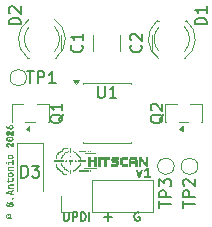
<source format=gbr>
%TF.GenerationSoftware,KiCad,Pcbnew,9.0.7*%
%TF.CreationDate,2026-01-19T15:41:53+08:00*%
%TF.ProjectId,mini-ir-blaster,6d696e69-2d69-4722-9d62-6c6173746572,rev?*%
%TF.SameCoordinates,Original*%
%TF.FileFunction,Legend,Top*%
%TF.FilePolarity,Positive*%
%FSLAX46Y46*%
G04 Gerber Fmt 4.6, Leading zero omitted, Abs format (unit mm)*
G04 Created by KiCad (PCBNEW 9.0.7) date 2026-01-19 15:41:53*
%MOMM*%
%LPD*%
G01*
G04 APERTURE LIST*
%ADD10C,0.150000*%
%ADD11C,0.100000*%
%ADD12C,0.000000*%
%ADD13C,0.120000*%
G04 APERTURE END LIST*
D10*
X185232017Y-120939866D02*
X185165350Y-120906533D01*
X185165350Y-120906533D02*
X185065350Y-120906533D01*
X185065350Y-120906533D02*
X184965350Y-120939866D01*
X184965350Y-120939866D02*
X184898684Y-121006533D01*
X184898684Y-121006533D02*
X184865350Y-121073200D01*
X184865350Y-121073200D02*
X184832017Y-121206533D01*
X184832017Y-121206533D02*
X184832017Y-121306533D01*
X184832017Y-121306533D02*
X184865350Y-121439866D01*
X184865350Y-121439866D02*
X184898684Y-121506533D01*
X184898684Y-121506533D02*
X184965350Y-121573200D01*
X184965350Y-121573200D02*
X185065350Y-121606533D01*
X185065350Y-121606533D02*
X185132017Y-121606533D01*
X185132017Y-121606533D02*
X185232017Y-121573200D01*
X185232017Y-121573200D02*
X185265350Y-121539866D01*
X185265350Y-121539866D02*
X185265350Y-121306533D01*
X185265350Y-121306533D02*
X185132017Y-121306533D01*
X178865350Y-120906533D02*
X178865350Y-121473200D01*
X178865350Y-121473200D02*
X178898684Y-121539866D01*
X178898684Y-121539866D02*
X178932017Y-121573200D01*
X178932017Y-121573200D02*
X178998684Y-121606533D01*
X178998684Y-121606533D02*
X179132017Y-121606533D01*
X179132017Y-121606533D02*
X179198684Y-121573200D01*
X179198684Y-121573200D02*
X179232017Y-121539866D01*
X179232017Y-121539866D02*
X179265350Y-121473200D01*
X179265350Y-121473200D02*
X179265350Y-120906533D01*
X179598683Y-121606533D02*
X179598683Y-120906533D01*
X179598683Y-120906533D02*
X179865350Y-120906533D01*
X179865350Y-120906533D02*
X179932017Y-120939866D01*
X179932017Y-120939866D02*
X179965350Y-120973200D01*
X179965350Y-120973200D02*
X179998683Y-121039866D01*
X179998683Y-121039866D02*
X179998683Y-121139866D01*
X179998683Y-121139866D02*
X179965350Y-121206533D01*
X179965350Y-121206533D02*
X179932017Y-121239866D01*
X179932017Y-121239866D02*
X179865350Y-121273200D01*
X179865350Y-121273200D02*
X179598683Y-121273200D01*
X180298683Y-121606533D02*
X180298683Y-120906533D01*
X180298683Y-120906533D02*
X180465350Y-120906533D01*
X180465350Y-120906533D02*
X180565350Y-120939866D01*
X180565350Y-120939866D02*
X180632017Y-121006533D01*
X180632017Y-121006533D02*
X180665350Y-121073200D01*
X180665350Y-121073200D02*
X180698683Y-121206533D01*
X180698683Y-121206533D02*
X180698683Y-121306533D01*
X180698683Y-121306533D02*
X180665350Y-121439866D01*
X180665350Y-121439866D02*
X180632017Y-121506533D01*
X180632017Y-121506533D02*
X180565350Y-121573200D01*
X180565350Y-121573200D02*
X180465350Y-121606533D01*
X180465350Y-121606533D02*
X180298683Y-121606533D01*
X180998683Y-121606533D02*
X180998683Y-120906533D01*
X182289160Y-121289533D02*
X182898684Y-121289533D01*
X182593922Y-121594295D02*
X182593922Y-120984771D01*
D11*
G36*
X174317416Y-121135129D02*
G01*
X174342355Y-121145473D01*
X174363416Y-121162578D01*
X174379183Y-121184812D01*
X174388916Y-121211535D01*
X174392359Y-121243984D01*
X174388898Y-121276977D01*
X174379148Y-121303960D01*
X174363416Y-121326233D01*
X174342355Y-121343338D01*
X174317416Y-121353682D01*
X174287433Y-121357301D01*
X174195072Y-121357301D01*
X174165090Y-121353681D01*
X174140164Y-121343337D01*
X174119125Y-121326233D01*
X174103372Y-121303958D01*
X174093610Y-121276974D01*
X174090145Y-121243984D01*
X174093592Y-121211537D01*
X174103337Y-121184815D01*
X174119125Y-121162578D01*
X174140164Y-121145474D01*
X174165090Y-121135130D01*
X174195072Y-121131510D01*
X174195072Y-121202841D01*
X174177392Y-121205820D01*
X174164444Y-121214199D01*
X174156059Y-121227030D01*
X174153123Y-121243984D01*
X174156044Y-121261013D01*
X174164444Y-121274209D01*
X174177424Y-121282871D01*
X174195072Y-121285933D01*
X174287433Y-121285933D01*
X174304428Y-121282921D01*
X174317658Y-121274209D01*
X174326369Y-121260980D01*
X174329381Y-121243984D01*
X174326354Y-121227064D01*
X174317658Y-121214199D01*
X174304458Y-121205771D01*
X174287433Y-121202841D01*
X174287433Y-121131510D01*
X174317416Y-121135129D01*
G37*
G36*
X174343748Y-121037267D02*
G01*
X174378743Y-121046306D01*
X174409981Y-121060985D01*
X174437919Y-121081185D01*
X174461317Y-121105929D01*
X174480506Y-121135687D01*
X174494178Y-121168467D01*
X174502697Y-121205682D01*
X174505676Y-121248161D01*
X174502717Y-121290097D01*
X174494217Y-121327214D01*
X174480506Y-121360268D01*
X174461293Y-121390282D01*
X174437892Y-121415152D01*
X174409981Y-121435373D01*
X174378743Y-121450052D01*
X174343748Y-121459091D01*
X174304212Y-121462227D01*
X174178293Y-121462227D01*
X174138732Y-121459089D01*
X174103739Y-121450049D01*
X174072523Y-121435373D01*
X174044615Y-121415151D01*
X174021226Y-121390281D01*
X174002035Y-121360268D01*
X173988304Y-121327212D01*
X173979791Y-121290095D01*
X173976829Y-121248161D01*
X174018814Y-121248161D01*
X174021186Y-121281246D01*
X174027994Y-121310421D01*
X174038964Y-121336308D01*
X174054241Y-121359800D01*
X174072758Y-121379261D01*
X174094762Y-121395073D01*
X174119334Y-121406534D01*
X174146967Y-121413607D01*
X174178293Y-121416065D01*
X174304212Y-121416065D01*
X174335541Y-121413614D01*
X174363317Y-121406547D01*
X174388146Y-121395073D01*
X174410377Y-121379223D01*
X174428894Y-121359760D01*
X174443980Y-121336308D01*
X174454703Y-121310446D01*
X174461367Y-121281268D01*
X174463690Y-121248161D01*
X174461367Y-121215078D01*
X174454704Y-121185912D01*
X174443980Y-121160050D01*
X174428894Y-121136598D01*
X174410377Y-121117135D01*
X174388146Y-121101285D01*
X174363317Y-121089811D01*
X174335541Y-121082744D01*
X174304212Y-121080293D01*
X174178293Y-121080293D01*
X174146967Y-121082751D01*
X174119334Y-121089824D01*
X174094762Y-121101285D01*
X174072758Y-121117097D01*
X174054241Y-121136558D01*
X174038964Y-121160050D01*
X174027993Y-121185937D01*
X174021186Y-121215101D01*
X174018814Y-121248161D01*
X173976829Y-121248161D01*
X173979811Y-121205684D01*
X173988342Y-121168469D01*
X174002035Y-121135687D01*
X174021203Y-121105930D01*
X174044588Y-121081186D01*
X174072523Y-121060985D01*
X174103739Y-121046309D01*
X174138732Y-121037269D01*
X174178293Y-121034131D01*
X174304212Y-121034131D01*
X174343748Y-121037267D01*
G37*
G36*
X174606389Y-120239450D02*
G01*
X174603699Y-120282059D01*
X174596019Y-120319443D01*
X174583748Y-120352363D01*
X174566223Y-120382545D01*
X174544885Y-120407238D01*
X174519524Y-120427065D01*
X174490788Y-120441512D01*
X174458448Y-120450395D01*
X174421705Y-120453480D01*
X174421705Y-120330931D01*
X174443502Y-120328074D01*
X174461542Y-120319875D01*
X174476733Y-120306165D01*
X174487772Y-120288577D01*
X174494767Y-120266715D01*
X174497286Y-120239450D01*
X174494836Y-120212686D01*
X174488101Y-120191695D01*
X174477576Y-120175226D01*
X174463064Y-120162466D01*
X174445848Y-120154814D01*
X174425076Y-120152145D01*
X174400373Y-120155946D01*
X174378511Y-120167276D01*
X174366576Y-120178615D01*
X174357479Y-120193198D01*
X174351217Y-120211716D01*
X174333594Y-120286454D01*
X174318386Y-120332404D01*
X174296685Y-120370161D01*
X174268528Y-120401017D01*
X174243232Y-120419555D01*
X174215880Y-120432687D01*
X174186036Y-120440667D01*
X174153123Y-120443405D01*
X174112716Y-120439801D01*
X174078417Y-120429560D01*
X174049062Y-120413076D01*
X174023833Y-120390099D01*
X174004020Y-120362336D01*
X173989393Y-120329503D01*
X173980124Y-120290624D01*
X173976829Y-120244469D01*
X173980132Y-120198377D01*
X173989453Y-120159271D01*
X174004215Y-120125985D01*
X174024273Y-120097594D01*
X174049785Y-120073908D01*
X174079067Y-120057045D01*
X174112869Y-120046645D01*
X174152281Y-120043005D01*
X174152281Y-120165554D01*
X174131970Y-120168038D01*
X174115635Y-120175052D01*
X174102345Y-120186547D01*
X174092676Y-120201527D01*
X174086516Y-120220473D01*
X174084284Y-120244469D01*
X174086470Y-120267916D01*
X174092487Y-120286294D01*
X174101906Y-120300706D01*
X174114826Y-120311816D01*
X174130237Y-120318513D01*
X174148910Y-120320856D01*
X174170357Y-120317355D01*
X174187142Y-120307311D01*
X174200439Y-120289982D01*
X174210203Y-120262934D01*
X174227825Y-120185704D01*
X174238417Y-120150746D01*
X174253464Y-120120384D01*
X174272932Y-120093992D01*
X174297068Y-120071142D01*
X174324752Y-120052764D01*
X174354975Y-120039600D01*
X174388214Y-120031534D01*
X174425076Y-120028754D01*
X174460704Y-120031729D01*
X174492363Y-120040328D01*
X174520770Y-120054363D01*
X174545866Y-120073623D01*
X174566919Y-120097751D01*
X174584151Y-120127379D01*
X174596170Y-120159710D01*
X174603730Y-120196793D01*
X174606389Y-120239450D01*
G37*
G36*
X174606389Y-119737568D02*
G01*
X174603633Y-119761776D01*
X174595782Y-119781902D01*
X174582905Y-119798860D01*
X174565945Y-119811758D01*
X174545819Y-119819621D01*
X174521613Y-119822381D01*
X174497408Y-119819620D01*
X174477295Y-119811757D01*
X174460356Y-119798860D01*
X174447458Y-119781900D01*
X174439596Y-119761774D01*
X174436836Y-119737568D01*
X174439597Y-119713363D01*
X174447460Y-119693250D01*
X174460356Y-119676311D01*
X174477295Y-119663415D01*
X174497408Y-119655552D01*
X174521613Y-119652791D01*
X174545819Y-119655551D01*
X174565945Y-119663413D01*
X174582905Y-119676311D01*
X174595780Y-119693247D01*
X174603632Y-119713360D01*
X174606389Y-119737568D01*
G37*
G36*
X174598000Y-119131638D02*
G01*
X174459514Y-119161020D01*
X174459514Y-119307090D01*
X174598000Y-119336472D01*
X174598000Y-119464883D01*
X173985219Y-119314637D01*
X173985219Y-119234036D01*
X174098535Y-119234036D01*
X174147262Y-119242866D01*
X174210203Y-119255029D01*
X174358764Y-119286097D01*
X174358764Y-119182855D01*
X174211046Y-119212238D01*
X174147665Y-119224401D01*
X174098535Y-119234036D01*
X173985219Y-119234036D01*
X173985219Y-119155158D01*
X174598000Y-119003227D01*
X174598000Y-119131638D01*
G37*
G36*
X174598000Y-118926950D02*
G01*
X174136307Y-118926950D01*
X174136307Y-118805244D01*
X174220278Y-118805244D01*
X174193902Y-118795838D01*
X174171734Y-118781521D01*
X174153123Y-118762013D01*
X174139339Y-118738770D01*
X174130873Y-118712056D01*
X174127918Y-118681010D01*
X174131014Y-118648279D01*
X174139907Y-118619924D01*
X174154417Y-118595077D01*
X174174922Y-118573152D01*
X174199392Y-118555876D01*
X174227863Y-118543204D01*
X174261084Y-118535230D01*
X174299999Y-118532412D01*
X174598000Y-118532412D01*
X174598000Y-118658332D01*
X174312602Y-118658332D01*
X174289263Y-118660666D01*
X174271047Y-118667098D01*
X174256804Y-118677236D01*
X174246096Y-118690979D01*
X174239440Y-118708122D01*
X174237057Y-118729663D01*
X174239440Y-118751229D01*
X174246096Y-118768397D01*
X174256804Y-118782163D01*
X174271045Y-118792280D01*
X174289260Y-118798700D01*
X174312602Y-118801031D01*
X174598000Y-118801031D01*
X174598000Y-118926950D01*
G37*
G36*
X174598000Y-118180812D02*
G01*
X174595216Y-118215795D01*
X174587356Y-118245316D01*
X174574851Y-118270352D01*
X174557699Y-118291638D01*
X174536415Y-118308774D01*
X174511386Y-118321268D01*
X174481876Y-118329120D01*
X174446911Y-118331901D01*
X174249660Y-118331901D01*
X174249660Y-118456135D01*
X174136307Y-118456135D01*
X174136307Y-118331901D01*
X174006211Y-118331901D01*
X174006211Y-118206018D01*
X174136307Y-118206018D01*
X174136307Y-118025547D01*
X174249660Y-118025547D01*
X174249660Y-118206018D01*
X174442698Y-118206018D01*
X174459862Y-118203488D01*
X174472923Y-118196383D01*
X174481590Y-118184871D01*
X174484683Y-118168246D01*
X174484683Y-118029724D01*
X174598000Y-118029724D01*
X174598000Y-118180812D01*
G37*
G36*
X174457973Y-117524909D02*
G01*
X174490057Y-117533245D01*
X174518682Y-117546782D01*
X174544225Y-117565421D01*
X174565674Y-117588472D01*
X174583308Y-117616428D01*
X174595794Y-117647182D01*
X174603632Y-117682569D01*
X174606389Y-117723443D01*
X174603651Y-117763772D01*
X174595830Y-117799050D01*
X174583308Y-117830055D01*
X174565652Y-117858270D01*
X174544199Y-117881461D01*
X174518682Y-117900141D01*
X174490057Y-117913679D01*
X174457973Y-117922014D01*
X174421705Y-117924907D01*
X174312602Y-117924907D01*
X174276358Y-117922015D01*
X174244286Y-117913680D01*
X174215662Y-117900141D01*
X174190121Y-117881458D01*
X174168657Y-117858268D01*
X174150998Y-117830055D01*
X174138477Y-117799050D01*
X174130656Y-117763772D01*
X174127918Y-117723443D01*
X174237057Y-117723443D01*
X174239435Y-117746774D01*
X174245996Y-117765002D01*
X174256365Y-117779277D01*
X174270443Y-117789829D01*
X174288763Y-117796540D01*
X174312602Y-117798988D01*
X174421705Y-117798988D01*
X174445004Y-117796569D01*
X174463246Y-117789881D01*
X174477576Y-117779277D01*
X174488178Y-117764970D01*
X174494866Y-117746741D01*
X174497286Y-117723443D01*
X174494838Y-117699605D01*
X174488127Y-117681285D01*
X174477576Y-117667206D01*
X174463278Y-117656836D01*
X174445036Y-117650275D01*
X174421705Y-117647899D01*
X174312602Y-117647899D01*
X174288729Y-117650304D01*
X174270411Y-117656888D01*
X174256365Y-117667206D01*
X174246046Y-117681252D01*
X174239462Y-117699571D01*
X174237057Y-117723443D01*
X174127918Y-117723443D01*
X174130675Y-117682569D01*
X174138513Y-117647182D01*
X174150998Y-117616428D01*
X174168635Y-117588475D01*
X174190096Y-117565423D01*
X174215662Y-117546782D01*
X174244286Y-117533243D01*
X174276358Y-117524909D01*
X174312602Y-117522016D01*
X174421705Y-117522016D01*
X174457973Y-117524909D01*
G37*
G36*
X174598000Y-117416357D02*
G01*
X174136307Y-117416357D01*
X174136307Y-117294651D01*
X174220278Y-117294651D01*
X174193902Y-117285245D01*
X174171734Y-117270928D01*
X174153123Y-117251420D01*
X174139339Y-117228176D01*
X174130873Y-117201463D01*
X174127918Y-117170416D01*
X174131014Y-117137686D01*
X174139907Y-117109331D01*
X174154417Y-117084484D01*
X174174922Y-117062559D01*
X174199392Y-117045283D01*
X174227863Y-117032611D01*
X174261084Y-117024637D01*
X174299999Y-117021819D01*
X174598000Y-117021819D01*
X174598000Y-117147739D01*
X174312602Y-117147739D01*
X174289263Y-117150073D01*
X174271047Y-117156505D01*
X174256804Y-117166643D01*
X174246096Y-117180386D01*
X174239440Y-117197529D01*
X174237057Y-117219070D01*
X174239440Y-117240636D01*
X174246096Y-117257804D01*
X174256804Y-117271570D01*
X174271045Y-117281686D01*
X174289260Y-117288107D01*
X174312602Y-117290437D01*
X174598000Y-117290437D01*
X174598000Y-117416357D01*
G37*
G36*
X174598000Y-116909455D02*
G01*
X174484683Y-116909455D01*
X174484683Y-116756681D01*
X174249660Y-116756681D01*
X174249660Y-116892676D01*
X174136307Y-116892676D01*
X174136307Y-116630762D01*
X174484683Y-116630762D01*
X174484683Y-116498138D01*
X174598000Y-116498138D01*
X174598000Y-116909455D01*
G37*
G36*
X174063291Y-116699638D02*
G01*
X174061149Y-116721944D01*
X174055172Y-116739976D01*
X174045669Y-116754630D01*
X174032698Y-116765936D01*
X174017026Y-116772777D01*
X173997822Y-116775183D01*
X173978617Y-116772777D01*
X173962945Y-116765936D01*
X173949974Y-116754630D01*
X173940471Y-116739976D01*
X173934494Y-116721944D01*
X173932352Y-116699638D01*
X173934495Y-116677308D01*
X173940474Y-116659279D01*
X173949974Y-116644647D01*
X173962945Y-116633341D01*
X173978617Y-116626499D01*
X173997822Y-116624094D01*
X174017026Y-116626499D01*
X174032698Y-116633341D01*
X174045669Y-116644647D01*
X174055169Y-116659279D01*
X174061148Y-116677308D01*
X174063291Y-116699638D01*
G37*
G36*
X174457973Y-116014316D02*
G01*
X174490057Y-116022651D01*
X174518682Y-116036189D01*
X174544225Y-116054828D01*
X174565674Y-116077879D01*
X174583308Y-116105835D01*
X174595794Y-116136589D01*
X174603632Y-116171975D01*
X174606389Y-116212850D01*
X174603651Y-116253179D01*
X174595830Y-116288457D01*
X174583308Y-116319462D01*
X174565652Y-116347677D01*
X174544199Y-116370867D01*
X174518682Y-116389548D01*
X174490057Y-116403085D01*
X174457973Y-116411421D01*
X174421705Y-116414314D01*
X174312602Y-116414314D01*
X174276358Y-116411422D01*
X174244286Y-116403087D01*
X174215662Y-116389548D01*
X174190121Y-116370865D01*
X174168657Y-116347675D01*
X174150998Y-116319462D01*
X174138477Y-116288457D01*
X174130656Y-116253179D01*
X174127918Y-116212850D01*
X174237057Y-116212850D01*
X174239435Y-116236181D01*
X174245996Y-116254409D01*
X174256365Y-116268684D01*
X174270443Y-116279236D01*
X174288763Y-116285947D01*
X174312602Y-116288394D01*
X174421705Y-116288394D01*
X174445004Y-116285976D01*
X174463246Y-116279288D01*
X174477576Y-116268684D01*
X174488178Y-116254377D01*
X174494866Y-116236148D01*
X174497286Y-116212850D01*
X174494838Y-116189011D01*
X174488127Y-116170692D01*
X174477576Y-116156613D01*
X174463278Y-116146243D01*
X174445036Y-116139682D01*
X174421705Y-116137306D01*
X174312602Y-116137306D01*
X174288729Y-116139711D01*
X174270411Y-116146294D01*
X174256365Y-116156613D01*
X174246046Y-116170659D01*
X174239462Y-116188977D01*
X174237057Y-116212850D01*
X174127918Y-116212850D01*
X174130675Y-116171975D01*
X174138513Y-116136589D01*
X174150998Y-116105835D01*
X174168635Y-116077882D01*
X174190096Y-116054830D01*
X174215662Y-116036189D01*
X174244286Y-116022650D01*
X174276358Y-116014315D01*
X174312602Y-116011423D01*
X174421705Y-116011423D01*
X174457973Y-116014316D01*
G37*
G36*
X174598000Y-115403075D02*
G01*
X174485526Y-115403075D01*
X174254680Y-115170544D01*
X174229414Y-115150857D01*
X174201476Y-115139252D01*
X174169903Y-115135300D01*
X174147740Y-115137700D01*
X174128959Y-115144574D01*
X174112823Y-115155853D01*
X174100322Y-115170844D01*
X174092781Y-115188611D01*
X174090145Y-115210001D01*
X174092864Y-115231896D01*
X174100672Y-115250226D01*
X174113666Y-115265835D01*
X174130432Y-115277524D01*
X174150287Y-115284705D01*
X174174079Y-115287231D01*
X174174079Y-115413150D01*
X174135665Y-115410063D01*
X174101654Y-115401164D01*
X174071278Y-115386699D01*
X174044052Y-115366879D01*
X174021070Y-115342687D01*
X174002035Y-115313682D01*
X173988278Y-115281734D01*
X173979780Y-115246011D01*
X173976829Y-115205788D01*
X173979555Y-115166626D01*
X173987363Y-115132189D01*
X173999910Y-115101741D01*
X174017506Y-115074016D01*
X174038964Y-115050936D01*
X174064573Y-115032058D01*
X174093213Y-115018240D01*
X174125015Y-115009777D01*
X174160670Y-115006852D01*
X174192685Y-115009167D01*
X174224067Y-115016116D01*
X174255119Y-115027845D01*
X174284205Y-115043913D01*
X174314196Y-115066264D01*
X174345318Y-115095842D01*
X174484683Y-115241912D01*
X174484683Y-115000148D01*
X174598000Y-115000148D01*
X174598000Y-115403075D01*
G37*
G36*
X174306323Y-114645459D02*
G01*
X174319902Y-114650834D01*
X174330663Y-114659466D01*
X174341447Y-114677537D01*
X174345318Y-114702257D01*
X174341492Y-114726351D01*
X174330663Y-114744682D01*
X174319871Y-114753550D01*
X174306290Y-114759050D01*
X174289081Y-114761022D01*
X174271920Y-114759031D01*
X174258661Y-114753521D01*
X174248378Y-114744682D01*
X174238167Y-114726416D01*
X174234530Y-114702257D01*
X174238211Y-114677468D01*
X174248378Y-114659466D01*
X174258629Y-114650864D01*
X174271886Y-114645479D01*
X174289081Y-114643529D01*
X174306323Y-114645459D01*
G37*
G36*
X174457973Y-114503723D02*
G01*
X174490057Y-114512058D01*
X174518682Y-114525596D01*
X174544225Y-114544234D01*
X174565674Y-114567286D01*
X174583308Y-114595242D01*
X174595794Y-114625996D01*
X174603632Y-114661382D01*
X174606389Y-114702257D01*
X174603651Y-114742585D01*
X174595830Y-114777863D01*
X174583308Y-114808869D01*
X174565652Y-114837084D01*
X174544199Y-114860274D01*
X174518682Y-114878954D01*
X174490057Y-114892492D01*
X174457973Y-114900828D01*
X174421705Y-114903721D01*
X174161513Y-114903721D01*
X174125270Y-114900828D01*
X174093198Y-114892494D01*
X174064573Y-114878954D01*
X174039033Y-114860272D01*
X174017569Y-114837081D01*
X173999910Y-114808869D01*
X173987388Y-114777863D01*
X173979567Y-114742585D01*
X173976829Y-114702257D01*
X174085969Y-114702257D01*
X174088449Y-114727827D01*
X174095305Y-114748013D01*
X174106119Y-114763989D01*
X174120849Y-114776128D01*
X174138975Y-114783581D01*
X174161513Y-114786228D01*
X174421705Y-114786228D01*
X174444210Y-114783538D01*
X174462350Y-114775950D01*
X174477136Y-114763550D01*
X174488000Y-114747341D01*
X174494833Y-114727261D01*
X174497286Y-114702257D01*
X174494806Y-114676712D01*
X174487949Y-114656551D01*
X174477136Y-114640598D01*
X174462381Y-114628436D01*
X174444241Y-114620972D01*
X174421705Y-114618323D01*
X174161513Y-114618323D01*
X174138978Y-114620973D01*
X174120852Y-114628438D01*
X174106119Y-114640598D01*
X174095305Y-114656551D01*
X174088449Y-114676712D01*
X174085969Y-114702257D01*
X173976829Y-114702257D01*
X173979586Y-114661382D01*
X173987424Y-114625996D01*
X173999910Y-114595242D01*
X174017546Y-114567289D01*
X174039007Y-114544237D01*
X174064573Y-114525596D01*
X174093198Y-114512057D01*
X174125270Y-114503722D01*
X174161513Y-114500830D01*
X174421705Y-114500830D01*
X174457973Y-114503723D01*
G37*
G36*
X174598000Y-114396013D02*
G01*
X174485526Y-114396013D01*
X174254680Y-114163482D01*
X174229414Y-114143795D01*
X174201476Y-114132190D01*
X174169903Y-114128237D01*
X174147740Y-114130638D01*
X174128959Y-114137512D01*
X174112823Y-114148790D01*
X174100322Y-114163782D01*
X174092781Y-114181549D01*
X174090145Y-114202939D01*
X174092864Y-114224833D01*
X174100672Y-114243164D01*
X174113666Y-114258773D01*
X174130432Y-114270462D01*
X174150287Y-114277642D01*
X174174079Y-114280169D01*
X174174079Y-114406088D01*
X174135665Y-114403001D01*
X174101654Y-114394102D01*
X174071278Y-114379637D01*
X174044052Y-114359817D01*
X174021070Y-114335625D01*
X174002035Y-114306620D01*
X173988278Y-114274672D01*
X173979780Y-114238949D01*
X173976829Y-114198726D01*
X173979555Y-114159564D01*
X173987363Y-114125126D01*
X173999910Y-114094678D01*
X174017506Y-114066954D01*
X174038964Y-114043874D01*
X174064573Y-114024996D01*
X174093213Y-114011178D01*
X174125015Y-114002715D01*
X174160670Y-113999790D01*
X174192685Y-114002105D01*
X174224067Y-114009054D01*
X174255119Y-114020783D01*
X174284205Y-114036850D01*
X174314196Y-114059202D01*
X174345318Y-114088780D01*
X174484683Y-114234849D01*
X174484683Y-113993086D01*
X174598000Y-113993086D01*
X174598000Y-114396013D01*
G37*
G36*
X174451233Y-113485060D02*
G01*
X174490035Y-113496136D01*
X174523408Y-113513946D01*
X174552241Y-113538684D01*
X174575221Y-113568847D01*
X174592043Y-113604259D01*
X174602637Y-113645936D01*
X174606389Y-113695195D01*
X174603355Y-113738245D01*
X174594685Y-113775878D01*
X174580780Y-113808951D01*
X174561230Y-113838838D01*
X174537297Y-113863437D01*
X174508607Y-113883250D01*
X174476584Y-113897382D01*
X174440080Y-113906182D01*
X174398221Y-113909262D01*
X174362431Y-113905687D01*
X174315130Y-113893325D01*
X174266738Y-113874737D01*
X174216065Y-113849654D01*
X173985219Y-113723735D01*
X173985219Y-113580193D01*
X174260541Y-113742199D01*
X174263069Y-113738023D01*
X174244602Y-113721167D01*
X174230353Y-113698162D01*
X174229378Y-113695195D01*
X174311759Y-113695195D01*
X174314804Y-113722104D01*
X174323397Y-113743977D01*
X174337368Y-113761946D01*
X174355841Y-113775341D01*
X174378782Y-113783713D01*
X174407453Y-113786713D01*
X174435547Y-113783723D01*
X174458084Y-113775364D01*
X174476293Y-113761946D01*
X174490006Y-113744010D01*
X174498461Y-113722137D01*
X174501463Y-113695195D01*
X174498462Y-113668277D01*
X174490008Y-113646416D01*
X174476293Y-113628480D01*
X174458084Y-113615063D01*
X174435547Y-113606703D01*
X174407453Y-113603714D01*
X174378782Y-113606713D01*
X174355841Y-113615085D01*
X174337368Y-113628480D01*
X174323395Y-113646449D01*
X174314804Y-113668310D01*
X174311759Y-113695195D01*
X174229378Y-113695195D01*
X174221604Y-113671528D01*
X174218593Y-113641486D01*
X174221950Y-113605390D01*
X174231542Y-113574464D01*
X174247100Y-113547695D01*
X174268968Y-113524396D01*
X174295119Y-113506187D01*
X174325998Y-113492728D01*
X174362505Y-113484197D01*
X174405768Y-113481165D01*
X174451233Y-113485060D01*
G37*
G36*
X185131688Y-117964000D02*
G01*
X184926866Y-117348410D01*
X185100327Y-117348410D01*
X185207794Y-117694258D01*
X185226259Y-117759177D01*
X185236908Y-117821850D01*
X185246922Y-117759177D01*
X185263726Y-117695381D01*
X185368946Y-117348410D01*
X185544654Y-117348410D01*
X185342079Y-117964000D01*
X185131688Y-117964000D01*
G37*
G36*
X185660914Y-117964000D02*
G01*
X185660914Y-117812911D01*
X185866859Y-117812911D01*
X185866859Y-117317098D01*
X185658667Y-117467063D01*
X185658667Y-117281292D01*
X185850055Y-117146958D01*
X186034752Y-117146958D01*
X186034752Y-117812911D01*
X186198150Y-117812911D01*
X186198150Y-117964000D01*
X185660914Y-117964000D01*
G37*
D10*
X181738095Y-110204819D02*
X181738095Y-111014342D01*
X181738095Y-111014342D02*
X181785714Y-111109580D01*
X181785714Y-111109580D02*
X181833333Y-111157200D01*
X181833333Y-111157200D02*
X181928571Y-111204819D01*
X181928571Y-111204819D02*
X182119047Y-111204819D01*
X182119047Y-111204819D02*
X182214285Y-111157200D01*
X182214285Y-111157200D02*
X182261904Y-111109580D01*
X182261904Y-111109580D02*
X182309523Y-111014342D01*
X182309523Y-111014342D02*
X182309523Y-110204819D01*
X183309523Y-111204819D02*
X182738095Y-111204819D01*
X183023809Y-111204819D02*
X183023809Y-110204819D01*
X183023809Y-110204819D02*
X182928571Y-110347676D01*
X182928571Y-110347676D02*
X182833333Y-110442914D01*
X182833333Y-110442914D02*
X182738095Y-110490533D01*
X186954819Y-120511904D02*
X186954819Y-119940476D01*
X187954819Y-120226190D02*
X186954819Y-120226190D01*
X187954819Y-119607142D02*
X186954819Y-119607142D01*
X186954819Y-119607142D02*
X186954819Y-119226190D01*
X186954819Y-119226190D02*
X187002438Y-119130952D01*
X187002438Y-119130952D02*
X187050057Y-119083333D01*
X187050057Y-119083333D02*
X187145295Y-119035714D01*
X187145295Y-119035714D02*
X187288152Y-119035714D01*
X187288152Y-119035714D02*
X187383390Y-119083333D01*
X187383390Y-119083333D02*
X187431009Y-119130952D01*
X187431009Y-119130952D02*
X187478628Y-119226190D01*
X187478628Y-119226190D02*
X187478628Y-119607142D01*
X186954819Y-118702380D02*
X186954819Y-118083333D01*
X186954819Y-118083333D02*
X187335771Y-118416666D01*
X187335771Y-118416666D02*
X187335771Y-118273809D01*
X187335771Y-118273809D02*
X187383390Y-118178571D01*
X187383390Y-118178571D02*
X187431009Y-118130952D01*
X187431009Y-118130952D02*
X187526247Y-118083333D01*
X187526247Y-118083333D02*
X187764342Y-118083333D01*
X187764342Y-118083333D02*
X187859580Y-118130952D01*
X187859580Y-118130952D02*
X187907200Y-118178571D01*
X187907200Y-118178571D02*
X187954819Y-118273809D01*
X187954819Y-118273809D02*
X187954819Y-118559523D01*
X187954819Y-118559523D02*
X187907200Y-118654761D01*
X187907200Y-118654761D02*
X187859580Y-118702380D01*
X188954819Y-120511904D02*
X188954819Y-119940476D01*
X189954819Y-120226190D02*
X188954819Y-120226190D01*
X189954819Y-119607142D02*
X188954819Y-119607142D01*
X188954819Y-119607142D02*
X188954819Y-119226190D01*
X188954819Y-119226190D02*
X189002438Y-119130952D01*
X189002438Y-119130952D02*
X189050057Y-119083333D01*
X189050057Y-119083333D02*
X189145295Y-119035714D01*
X189145295Y-119035714D02*
X189288152Y-119035714D01*
X189288152Y-119035714D02*
X189383390Y-119083333D01*
X189383390Y-119083333D02*
X189431009Y-119130952D01*
X189431009Y-119130952D02*
X189478628Y-119226190D01*
X189478628Y-119226190D02*
X189478628Y-119607142D01*
X189050057Y-118654761D02*
X189002438Y-118607142D01*
X189002438Y-118607142D02*
X188954819Y-118511904D01*
X188954819Y-118511904D02*
X188954819Y-118273809D01*
X188954819Y-118273809D02*
X189002438Y-118178571D01*
X189002438Y-118178571D02*
X189050057Y-118130952D01*
X189050057Y-118130952D02*
X189145295Y-118083333D01*
X189145295Y-118083333D02*
X189240533Y-118083333D01*
X189240533Y-118083333D02*
X189383390Y-118130952D01*
X189383390Y-118130952D02*
X189954819Y-118702380D01*
X189954819Y-118702380D02*
X189954819Y-118083333D01*
X175738095Y-108954819D02*
X176309523Y-108954819D01*
X176023809Y-109954819D02*
X176023809Y-108954819D01*
X176642857Y-109954819D02*
X176642857Y-108954819D01*
X176642857Y-108954819D02*
X177023809Y-108954819D01*
X177023809Y-108954819D02*
X177119047Y-109002438D01*
X177119047Y-109002438D02*
X177166666Y-109050057D01*
X177166666Y-109050057D02*
X177214285Y-109145295D01*
X177214285Y-109145295D02*
X177214285Y-109288152D01*
X177214285Y-109288152D02*
X177166666Y-109383390D01*
X177166666Y-109383390D02*
X177119047Y-109431009D01*
X177119047Y-109431009D02*
X177023809Y-109478628D01*
X177023809Y-109478628D02*
X176642857Y-109478628D01*
X178166666Y-109954819D02*
X177595238Y-109954819D01*
X177880952Y-109954819D02*
X177880952Y-108954819D01*
X177880952Y-108954819D02*
X177785714Y-109097676D01*
X177785714Y-109097676D02*
X177690476Y-109192914D01*
X177690476Y-109192914D02*
X177595238Y-109240533D01*
X187300057Y-112595238D02*
X187252438Y-112690476D01*
X187252438Y-112690476D02*
X187157200Y-112785714D01*
X187157200Y-112785714D02*
X187014342Y-112928571D01*
X187014342Y-112928571D02*
X186966723Y-113023809D01*
X186966723Y-113023809D02*
X186966723Y-113119047D01*
X187204819Y-113071428D02*
X187157200Y-113166666D01*
X187157200Y-113166666D02*
X187061961Y-113261904D01*
X187061961Y-113261904D02*
X186871485Y-113309523D01*
X186871485Y-113309523D02*
X186538152Y-113309523D01*
X186538152Y-113309523D02*
X186347676Y-113261904D01*
X186347676Y-113261904D02*
X186252438Y-113166666D01*
X186252438Y-113166666D02*
X186204819Y-113071428D01*
X186204819Y-113071428D02*
X186204819Y-112880952D01*
X186204819Y-112880952D02*
X186252438Y-112785714D01*
X186252438Y-112785714D02*
X186347676Y-112690476D01*
X186347676Y-112690476D02*
X186538152Y-112642857D01*
X186538152Y-112642857D02*
X186871485Y-112642857D01*
X186871485Y-112642857D02*
X187061961Y-112690476D01*
X187061961Y-112690476D02*
X187157200Y-112785714D01*
X187157200Y-112785714D02*
X187204819Y-112880952D01*
X187204819Y-112880952D02*
X187204819Y-113071428D01*
X186300057Y-112261904D02*
X186252438Y-112214285D01*
X186252438Y-112214285D02*
X186204819Y-112119047D01*
X186204819Y-112119047D02*
X186204819Y-111880952D01*
X186204819Y-111880952D02*
X186252438Y-111785714D01*
X186252438Y-111785714D02*
X186300057Y-111738095D01*
X186300057Y-111738095D02*
X186395295Y-111690476D01*
X186395295Y-111690476D02*
X186490533Y-111690476D01*
X186490533Y-111690476D02*
X186633390Y-111738095D01*
X186633390Y-111738095D02*
X187204819Y-112309523D01*
X187204819Y-112309523D02*
X187204819Y-111690476D01*
X178800057Y-112595238D02*
X178752438Y-112690476D01*
X178752438Y-112690476D02*
X178657200Y-112785714D01*
X178657200Y-112785714D02*
X178514342Y-112928571D01*
X178514342Y-112928571D02*
X178466723Y-113023809D01*
X178466723Y-113023809D02*
X178466723Y-113119047D01*
X178704819Y-113071428D02*
X178657200Y-113166666D01*
X178657200Y-113166666D02*
X178561961Y-113261904D01*
X178561961Y-113261904D02*
X178371485Y-113309523D01*
X178371485Y-113309523D02*
X178038152Y-113309523D01*
X178038152Y-113309523D02*
X177847676Y-113261904D01*
X177847676Y-113261904D02*
X177752438Y-113166666D01*
X177752438Y-113166666D02*
X177704819Y-113071428D01*
X177704819Y-113071428D02*
X177704819Y-112880952D01*
X177704819Y-112880952D02*
X177752438Y-112785714D01*
X177752438Y-112785714D02*
X177847676Y-112690476D01*
X177847676Y-112690476D02*
X178038152Y-112642857D01*
X178038152Y-112642857D02*
X178371485Y-112642857D01*
X178371485Y-112642857D02*
X178561961Y-112690476D01*
X178561961Y-112690476D02*
X178657200Y-112785714D01*
X178657200Y-112785714D02*
X178704819Y-112880952D01*
X178704819Y-112880952D02*
X178704819Y-113071428D01*
X178704819Y-111690476D02*
X178704819Y-112261904D01*
X178704819Y-111976190D02*
X177704819Y-111976190D01*
X177704819Y-111976190D02*
X177847676Y-112071428D01*
X177847676Y-112071428D02*
X177942914Y-112166666D01*
X177942914Y-112166666D02*
X177990533Y-112261904D01*
X175261905Y-117954819D02*
X175261905Y-116954819D01*
X175261905Y-116954819D02*
X175500000Y-116954819D01*
X175500000Y-116954819D02*
X175642857Y-117002438D01*
X175642857Y-117002438D02*
X175738095Y-117097676D01*
X175738095Y-117097676D02*
X175785714Y-117192914D01*
X175785714Y-117192914D02*
X175833333Y-117383390D01*
X175833333Y-117383390D02*
X175833333Y-117526247D01*
X175833333Y-117526247D02*
X175785714Y-117716723D01*
X175785714Y-117716723D02*
X175738095Y-117811961D01*
X175738095Y-117811961D02*
X175642857Y-117907200D01*
X175642857Y-117907200D02*
X175500000Y-117954819D01*
X175500000Y-117954819D02*
X175261905Y-117954819D01*
X176166667Y-116954819D02*
X176785714Y-116954819D01*
X176785714Y-116954819D02*
X176452381Y-117335771D01*
X176452381Y-117335771D02*
X176595238Y-117335771D01*
X176595238Y-117335771D02*
X176690476Y-117383390D01*
X176690476Y-117383390D02*
X176738095Y-117431009D01*
X176738095Y-117431009D02*
X176785714Y-117526247D01*
X176785714Y-117526247D02*
X176785714Y-117764342D01*
X176785714Y-117764342D02*
X176738095Y-117859580D01*
X176738095Y-117859580D02*
X176690476Y-117907200D01*
X176690476Y-117907200D02*
X176595238Y-117954819D01*
X176595238Y-117954819D02*
X176309524Y-117954819D01*
X176309524Y-117954819D02*
X176214286Y-117907200D01*
X176214286Y-117907200D02*
X176166667Y-117859580D01*
X175204819Y-104988094D02*
X174204819Y-104988094D01*
X174204819Y-104988094D02*
X174204819Y-104749999D01*
X174204819Y-104749999D02*
X174252438Y-104607142D01*
X174252438Y-104607142D02*
X174347676Y-104511904D01*
X174347676Y-104511904D02*
X174442914Y-104464285D01*
X174442914Y-104464285D02*
X174633390Y-104416666D01*
X174633390Y-104416666D02*
X174776247Y-104416666D01*
X174776247Y-104416666D02*
X174966723Y-104464285D01*
X174966723Y-104464285D02*
X175061961Y-104511904D01*
X175061961Y-104511904D02*
X175157200Y-104607142D01*
X175157200Y-104607142D02*
X175204819Y-104749999D01*
X175204819Y-104749999D02*
X175204819Y-104988094D01*
X174300057Y-104035713D02*
X174252438Y-103988094D01*
X174252438Y-103988094D02*
X174204819Y-103892856D01*
X174204819Y-103892856D02*
X174204819Y-103654761D01*
X174204819Y-103654761D02*
X174252438Y-103559523D01*
X174252438Y-103559523D02*
X174300057Y-103511904D01*
X174300057Y-103511904D02*
X174395295Y-103464285D01*
X174395295Y-103464285D02*
X174490533Y-103464285D01*
X174490533Y-103464285D02*
X174633390Y-103511904D01*
X174633390Y-103511904D02*
X175204819Y-104083332D01*
X175204819Y-104083332D02*
X175204819Y-103464285D01*
X190954819Y-104988094D02*
X189954819Y-104988094D01*
X189954819Y-104988094D02*
X189954819Y-104749999D01*
X189954819Y-104749999D02*
X190002438Y-104607142D01*
X190002438Y-104607142D02*
X190097676Y-104511904D01*
X190097676Y-104511904D02*
X190192914Y-104464285D01*
X190192914Y-104464285D02*
X190383390Y-104416666D01*
X190383390Y-104416666D02*
X190526247Y-104416666D01*
X190526247Y-104416666D02*
X190716723Y-104464285D01*
X190716723Y-104464285D02*
X190811961Y-104511904D01*
X190811961Y-104511904D02*
X190907200Y-104607142D01*
X190907200Y-104607142D02*
X190954819Y-104749999D01*
X190954819Y-104749999D02*
X190954819Y-104988094D01*
X190954819Y-103464285D02*
X190954819Y-104035713D01*
X190954819Y-103749999D02*
X189954819Y-103749999D01*
X189954819Y-103749999D02*
X190097676Y-103845237D01*
X190097676Y-103845237D02*
X190192914Y-103940475D01*
X190192914Y-103940475D02*
X190240533Y-104035713D01*
X185359580Y-106729166D02*
X185407200Y-106776785D01*
X185407200Y-106776785D02*
X185454819Y-106919642D01*
X185454819Y-106919642D02*
X185454819Y-107014880D01*
X185454819Y-107014880D02*
X185407200Y-107157737D01*
X185407200Y-107157737D02*
X185311961Y-107252975D01*
X185311961Y-107252975D02*
X185216723Y-107300594D01*
X185216723Y-107300594D02*
X185026247Y-107348213D01*
X185026247Y-107348213D02*
X184883390Y-107348213D01*
X184883390Y-107348213D02*
X184692914Y-107300594D01*
X184692914Y-107300594D02*
X184597676Y-107252975D01*
X184597676Y-107252975D02*
X184502438Y-107157737D01*
X184502438Y-107157737D02*
X184454819Y-107014880D01*
X184454819Y-107014880D02*
X184454819Y-106919642D01*
X184454819Y-106919642D02*
X184502438Y-106776785D01*
X184502438Y-106776785D02*
X184550057Y-106729166D01*
X184550057Y-106348213D02*
X184502438Y-106300594D01*
X184502438Y-106300594D02*
X184454819Y-106205356D01*
X184454819Y-106205356D02*
X184454819Y-105967261D01*
X184454819Y-105967261D02*
X184502438Y-105872023D01*
X184502438Y-105872023D02*
X184550057Y-105824404D01*
X184550057Y-105824404D02*
X184645295Y-105776785D01*
X184645295Y-105776785D02*
X184740533Y-105776785D01*
X184740533Y-105776785D02*
X184883390Y-105824404D01*
X184883390Y-105824404D02*
X185454819Y-106395832D01*
X185454819Y-106395832D02*
X185454819Y-105776785D01*
X180359580Y-106729166D02*
X180407200Y-106776785D01*
X180407200Y-106776785D02*
X180454819Y-106919642D01*
X180454819Y-106919642D02*
X180454819Y-107014880D01*
X180454819Y-107014880D02*
X180407200Y-107157737D01*
X180407200Y-107157737D02*
X180311961Y-107252975D01*
X180311961Y-107252975D02*
X180216723Y-107300594D01*
X180216723Y-107300594D02*
X180026247Y-107348213D01*
X180026247Y-107348213D02*
X179883390Y-107348213D01*
X179883390Y-107348213D02*
X179692914Y-107300594D01*
X179692914Y-107300594D02*
X179597676Y-107252975D01*
X179597676Y-107252975D02*
X179502438Y-107157737D01*
X179502438Y-107157737D02*
X179454819Y-107014880D01*
X179454819Y-107014880D02*
X179454819Y-106919642D01*
X179454819Y-106919642D02*
X179502438Y-106776785D01*
X179502438Y-106776785D02*
X179550057Y-106729166D01*
X180454819Y-105776785D02*
X180454819Y-106348213D01*
X180454819Y-106062499D02*
X179454819Y-106062499D01*
X179454819Y-106062499D02*
X179597676Y-106157737D01*
X179597676Y-106157737D02*
X179692914Y-106252975D01*
X179692914Y-106252975D02*
X179740533Y-106348213D01*
D12*
%TO.C,G\u002A\u002A\u002A*%
G36*
X181132333Y-115699724D02*
G01*
X181140039Y-115752208D01*
X181128891Y-115811576D01*
X181102649Y-115826987D01*
X181072965Y-115804692D01*
X181065260Y-115752208D01*
X181076407Y-115692840D01*
X181102649Y-115677429D01*
X181132333Y-115699724D01*
G37*
G36*
X180982775Y-115699724D02*
G01*
X180990480Y-115752208D01*
X180979333Y-115811576D01*
X180953091Y-115826987D01*
X180923407Y-115804692D01*
X180915701Y-115752208D01*
X180926849Y-115692840D01*
X180953091Y-115677429D01*
X180982775Y-115699724D01*
G37*
G36*
X180766143Y-115752208D02*
G01*
X180766143Y-115826987D01*
X180467026Y-115826987D01*
X180167909Y-115826987D01*
X180167909Y-115752208D01*
X180167909Y-115677429D01*
X180467026Y-115677429D01*
X180766143Y-115677429D01*
X180766143Y-115752208D01*
G37*
G36*
X181883488Y-115921719D02*
G01*
X181887831Y-115939156D01*
X181867878Y-115972203D01*
X181850441Y-115976545D01*
X181817394Y-115956593D01*
X181813051Y-115939156D01*
X181833004Y-115906109D01*
X181850441Y-115901766D01*
X181883488Y-115921719D01*
G37*
G36*
X181286270Y-115902156D02*
G01*
X181425798Y-115903580D01*
X181526989Y-115906422D01*
X181595597Y-115911067D01*
X181637380Y-115917897D01*
X181658091Y-115927297D01*
X181663493Y-115939156D01*
X181657652Y-115951397D01*
X181636291Y-115960699D01*
X181593654Y-115967445D01*
X181523987Y-115972019D01*
X181421534Y-115974805D01*
X181280539Y-115976185D01*
X181102649Y-115976545D01*
X180919028Y-115976156D01*
X180779500Y-115974732D01*
X180678310Y-115971890D01*
X180609701Y-115967245D01*
X180567919Y-115960415D01*
X180547207Y-115951015D01*
X180541805Y-115939156D01*
X180547646Y-115926914D01*
X180569007Y-115917613D01*
X180611644Y-115910867D01*
X180681311Y-115906293D01*
X180783764Y-115903507D01*
X180924759Y-115902126D01*
X181102649Y-115901766D01*
X181286270Y-115902156D01*
G37*
G36*
X179472140Y-115235535D02*
G01*
X179482483Y-115260501D01*
X179489227Y-115310580D01*
X179493066Y-115392700D01*
X179494693Y-115513793D01*
X179494896Y-115602649D01*
X179494218Y-115748985D01*
X179491722Y-115852410D01*
X179486714Y-115919854D01*
X179478502Y-115958246D01*
X179466393Y-115974515D01*
X179457507Y-115976545D01*
X179442873Y-115969763D01*
X179432531Y-115944798D01*
X179425786Y-115894719D01*
X179421947Y-115812599D01*
X179420320Y-115691506D01*
X179420117Y-115602649D01*
X179420795Y-115456314D01*
X179423292Y-115352888D01*
X179428300Y-115285445D01*
X179436512Y-115247053D01*
X179448621Y-115230784D01*
X179457507Y-115228754D01*
X179472140Y-115235535D01*
G37*
G36*
X179490553Y-116146057D02*
G01*
X179494896Y-116163493D01*
X179474944Y-116196540D01*
X179457507Y-116200883D01*
X179424460Y-116180930D01*
X179420117Y-116163493D01*
X179440070Y-116130447D01*
X179457507Y-116126104D01*
X179490553Y-116146057D01*
G37*
G36*
X179714891Y-115697381D02*
G01*
X179719234Y-115714818D01*
X179741529Y-115744502D01*
X179794013Y-115752208D01*
X179853381Y-115763355D01*
X179868792Y-115789597D01*
X179888745Y-115822644D01*
X179906182Y-115826987D01*
X179939229Y-115846940D01*
X179943572Y-115864377D01*
X179963524Y-115897423D01*
X179980961Y-115901766D01*
X180014008Y-115921719D01*
X180018351Y-115939156D01*
X180038304Y-115972203D01*
X180055740Y-115976545D01*
X180088787Y-115996498D01*
X180093130Y-116013935D01*
X180113083Y-116046982D01*
X180130520Y-116051325D01*
X180163566Y-116071277D01*
X180167909Y-116088714D01*
X180187862Y-116121761D01*
X180205299Y-116126104D01*
X180238345Y-116146057D01*
X180242688Y-116163493D01*
X180262641Y-116196540D01*
X180280078Y-116200883D01*
X180304722Y-116215563D01*
X180315947Y-116265477D01*
X180317468Y-116313052D01*
X180312574Y-116386984D01*
X180295936Y-116420660D01*
X180280078Y-116425221D01*
X180250394Y-116402926D01*
X180242688Y-116350441D01*
X180231541Y-116291074D01*
X180205299Y-116275662D01*
X180172252Y-116255709D01*
X180167909Y-116238273D01*
X180147956Y-116205226D01*
X180130520Y-116200883D01*
X180097473Y-116180930D01*
X180093130Y-116163493D01*
X180073177Y-116130447D01*
X180055740Y-116126104D01*
X180022694Y-116106151D01*
X180018351Y-116088714D01*
X179998398Y-116055668D01*
X179980961Y-116051325D01*
X179947915Y-116031372D01*
X179943572Y-116013935D01*
X179923619Y-115980888D01*
X179906182Y-115976545D01*
X179873135Y-115956593D01*
X179868792Y-115939156D01*
X179848840Y-115906109D01*
X179831403Y-115901766D01*
X179798356Y-115881813D01*
X179794013Y-115864377D01*
X179771718Y-115834693D01*
X179719234Y-115826987D01*
X179666268Y-115820811D01*
X179646746Y-115791676D01*
X179644455Y-115752208D01*
X179655602Y-115692840D01*
X179681844Y-115677429D01*
X179714891Y-115697381D01*
G37*
G36*
X179262853Y-115699724D02*
G01*
X179270559Y-115752208D01*
X179264382Y-115805174D01*
X179235248Y-115824696D01*
X179195780Y-115826987D01*
X179136412Y-115838134D01*
X179121000Y-115864377D01*
X179098706Y-115894060D01*
X179046221Y-115901766D01*
X178993255Y-115907943D01*
X178973733Y-115937077D01*
X178971442Y-115976545D01*
X178960295Y-116035913D01*
X178934052Y-116051325D01*
X178901006Y-116071277D01*
X178896663Y-116088714D01*
X178874368Y-116118398D01*
X178821884Y-116126104D01*
X178775901Y-116129355D01*
X178754122Y-116148130D01*
X178747527Y-116195956D01*
X178747104Y-116238273D01*
X178742211Y-116312205D01*
X178725573Y-116345881D01*
X178709715Y-116350441D01*
X178676668Y-116370394D01*
X178672325Y-116387831D01*
X178652372Y-116420878D01*
X178634936Y-116425221D01*
X178610292Y-116410541D01*
X178599066Y-116360627D01*
X178597546Y-116313052D01*
X178602439Y-116239120D01*
X178619077Y-116205444D01*
X178634936Y-116200883D01*
X178664619Y-116178588D01*
X178672325Y-116126104D01*
X178678502Y-116073138D01*
X178707636Y-116053616D01*
X178747104Y-116051325D01*
X178806472Y-116040177D01*
X178821884Y-116013935D01*
X178841836Y-115980888D01*
X178859273Y-115976545D01*
X178888957Y-115954251D01*
X178896663Y-115901766D01*
X178902839Y-115848800D01*
X178931974Y-115829278D01*
X178971442Y-115826987D01*
X179030810Y-115815840D01*
X179046221Y-115789597D01*
X179068516Y-115759914D01*
X179121000Y-115752208D01*
X179180368Y-115741060D01*
X179195780Y-115714818D01*
X179215732Y-115681772D01*
X179233169Y-115677429D01*
X179262853Y-115699724D01*
G37*
G36*
X179080888Y-115454548D02*
G01*
X179149060Y-115459866D01*
X179184478Y-115470464D01*
X179195661Y-115487764D01*
X179195780Y-115490481D01*
X179184294Y-115512191D01*
X179143577Y-115523847D01*
X179064241Y-115527797D01*
X179046221Y-115527870D01*
X178959379Y-115530742D01*
X178912755Y-115540921D01*
X178896958Y-115560755D01*
X178896663Y-115565260D01*
X178876710Y-115598307D01*
X178859273Y-115602649D01*
X178826227Y-115622602D01*
X178821884Y-115640039D01*
X178801931Y-115673086D01*
X178784494Y-115677429D01*
X178751447Y-115697381D01*
X178747104Y-115714818D01*
X178727152Y-115747865D01*
X178709715Y-115752208D01*
X178676668Y-115772161D01*
X178672325Y-115789597D01*
X178650030Y-115819281D01*
X178597546Y-115826987D01*
X178538178Y-115838134D01*
X178522767Y-115864377D01*
X178502814Y-115897423D01*
X178485377Y-115901766D01*
X178455693Y-115924061D01*
X178447988Y-115976545D01*
X178441811Y-116029512D01*
X178412677Y-116049034D01*
X178373208Y-116051325D01*
X178298429Y-116051325D01*
X178298429Y-116238273D01*
X178296471Y-116336883D01*
X178289393Y-116394766D01*
X178275393Y-116420937D01*
X178261040Y-116425221D01*
X178242799Y-116416478D01*
X178231437Y-116384571D01*
X178225534Y-116320980D01*
X178223670Y-116217186D01*
X178223650Y-116200883D01*
X178225107Y-116091438D01*
X178230425Y-116023265D01*
X178241023Y-115987847D01*
X178258323Y-115976664D01*
X178261040Y-115976545D01*
X178290724Y-115954251D01*
X178298429Y-115901766D01*
X178304606Y-115848800D01*
X178333740Y-115829278D01*
X178373208Y-115826987D01*
X178432576Y-115815840D01*
X178447988Y-115789597D01*
X178467940Y-115756551D01*
X178485377Y-115752208D01*
X178518424Y-115732255D01*
X178522767Y-115714818D01*
X178545062Y-115685134D01*
X178597546Y-115677429D01*
X178650512Y-115671252D01*
X178670034Y-115642118D01*
X178672325Y-115602649D01*
X178683473Y-115543282D01*
X178709715Y-115527870D01*
X178742762Y-115507918D01*
X178747104Y-115490481D01*
X178755847Y-115472240D01*
X178787754Y-115460878D01*
X178851345Y-115454975D01*
X178955139Y-115453111D01*
X178971442Y-115453091D01*
X179080888Y-115454548D01*
G37*
G36*
X180766143Y-116574779D02*
G01*
X180766143Y-116649558D01*
X180429636Y-116649558D01*
X180093130Y-116649558D01*
X180093130Y-116574779D01*
X180093130Y-116500000D01*
X180429636Y-116500000D01*
X180766143Y-116500000D01*
X180766143Y-116574779D01*
G37*
G36*
X179921758Y-116506176D02*
G01*
X179941281Y-116535311D01*
X179943572Y-116574779D01*
X179937395Y-116627745D01*
X179908261Y-116647267D01*
X179868792Y-116649558D01*
X179815826Y-116643382D01*
X179796304Y-116614247D01*
X179794013Y-116574779D01*
X179800190Y-116521813D01*
X179829324Y-116502291D01*
X179868792Y-116500000D01*
X179921758Y-116506176D01*
G37*
G36*
X179099187Y-116506176D02*
G01*
X179118710Y-116535311D01*
X179121000Y-116574779D01*
X179114824Y-116627745D01*
X179085689Y-116647267D01*
X179046221Y-116649558D01*
X178993255Y-116643382D01*
X178973733Y-116614247D01*
X178971442Y-116574779D01*
X178977618Y-116521813D01*
X179006753Y-116502291D01*
X179046221Y-116500000D01*
X179099187Y-116506176D01*
G37*
G36*
X178896663Y-116574779D02*
G01*
X178896663Y-116649558D01*
X178447988Y-116649558D01*
X177999313Y-116649558D01*
X177999313Y-116574779D01*
X177999313Y-116500000D01*
X178447988Y-116500000D01*
X178896663Y-116500000D01*
X178896663Y-116574779D01*
G37*
G36*
X179487191Y-116372736D02*
G01*
X179494896Y-116425221D01*
X179501073Y-116478187D01*
X179530207Y-116497709D01*
X179569676Y-116500000D01*
X179622642Y-116506176D01*
X179642164Y-116535311D01*
X179644455Y-116574779D01*
X179638278Y-116627745D01*
X179609144Y-116647267D01*
X179569676Y-116649558D01*
X179523693Y-116652810D01*
X179501914Y-116671584D01*
X179495319Y-116719410D01*
X179494896Y-116761727D01*
X179490003Y-116835659D01*
X179473365Y-116869335D01*
X179457507Y-116873896D01*
X179432863Y-116859216D01*
X179421638Y-116809302D01*
X179420117Y-116761727D01*
X179417949Y-116692753D01*
X179405433Y-116660084D01*
X179373549Y-116650192D01*
X179345338Y-116649558D01*
X179292372Y-116643382D01*
X179272850Y-116614247D01*
X179270559Y-116574779D01*
X179276735Y-116521813D01*
X179305870Y-116502291D01*
X179345338Y-116500000D01*
X179398304Y-116493823D01*
X179417826Y-116464689D01*
X179420117Y-116425221D01*
X179431265Y-116365853D01*
X179457507Y-116350441D01*
X179487191Y-116372736D01*
G37*
G36*
X185434038Y-116203051D02*
G01*
X185466706Y-116215567D01*
X185476598Y-116247451D01*
X185477232Y-116275662D01*
X185488379Y-116335030D01*
X185514622Y-116350441D01*
X185547668Y-116370394D01*
X185552011Y-116387831D01*
X185571964Y-116420878D01*
X185589401Y-116425221D01*
X185619085Y-116447515D01*
X185626790Y-116500000D01*
X185637938Y-116559367D01*
X185664180Y-116574779D01*
X185697227Y-116594732D01*
X185701570Y-116612169D01*
X185721522Y-116645215D01*
X185738959Y-116649558D01*
X185757200Y-116640816D01*
X185768562Y-116608909D01*
X185774465Y-116545318D01*
X185776329Y-116441523D01*
X185776349Y-116425221D01*
X185776349Y-116200883D01*
X185888518Y-116200883D01*
X186000686Y-116200883D01*
X186000686Y-116612169D01*
X186000686Y-117023454D01*
X185888518Y-117023454D01*
X185819543Y-117021286D01*
X185786875Y-117008770D01*
X185776983Y-116976886D01*
X185776349Y-116948675D01*
X185770172Y-116895709D01*
X185741038Y-116876187D01*
X185701570Y-116873896D01*
X185642202Y-116862748D01*
X185626790Y-116836506D01*
X185606838Y-116803460D01*
X185589401Y-116799117D01*
X185559717Y-116776822D01*
X185552011Y-116724337D01*
X185540864Y-116664970D01*
X185514622Y-116649558D01*
X185481575Y-116629605D01*
X185477232Y-116612169D01*
X185457279Y-116579122D01*
X185439842Y-116574779D01*
X185421602Y-116583521D01*
X185410240Y-116615428D01*
X185404336Y-116679019D01*
X185402473Y-116782814D01*
X185402453Y-116799117D01*
X185402453Y-117023454D01*
X185327674Y-117023454D01*
X185252894Y-117023454D01*
X185252894Y-116612169D01*
X185252894Y-116200883D01*
X185365063Y-116200883D01*
X185434038Y-116203051D01*
G37*
G36*
X185028557Y-116275662D02*
G01*
X185039704Y-116335030D01*
X185065946Y-116350441D01*
X185081266Y-116357540D01*
X185091854Y-116383674D01*
X185098518Y-116436099D01*
X185102063Y-116522071D01*
X185103295Y-116648845D01*
X185103336Y-116686948D01*
X185103336Y-117023454D01*
X184991167Y-117023454D01*
X184878998Y-117023454D01*
X184878998Y-116911285D01*
X184878998Y-116799117D01*
X184729440Y-116799117D01*
X184579882Y-116799117D01*
X184579882Y-116911285D01*
X184579882Y-117023454D01*
X184467713Y-117023454D01*
X184355544Y-117023454D01*
X184355544Y-116686948D01*
X184356186Y-116574779D01*
X184579882Y-116574779D01*
X184729440Y-116574779D01*
X184878998Y-116574779D01*
X184878998Y-116500000D01*
X184878998Y-116425221D01*
X184729440Y-116425221D01*
X184579882Y-116425221D01*
X184579882Y-116500000D01*
X184579882Y-116574779D01*
X184356186Y-116574779D01*
X184356333Y-116549073D01*
X184357828Y-116500000D01*
X184359237Y-116453777D01*
X184365062Y-116393806D01*
X184374614Y-116361903D01*
X184388700Y-116350813D01*
X184392934Y-116350441D01*
X184422618Y-116328147D01*
X184430323Y-116275662D01*
X184430323Y-116200883D01*
X184729440Y-116200883D01*
X185028557Y-116200883D01*
X185028557Y-116275662D01*
G37*
G36*
X184280765Y-116313052D02*
G01*
X184280765Y-116425221D01*
X184056427Y-116425221D01*
X183832090Y-116425221D01*
X183832090Y-116612169D01*
X183832090Y-116799117D01*
X184056427Y-116799117D01*
X184280765Y-116799117D01*
X184280765Y-116911285D01*
X184280765Y-117023454D01*
X184019038Y-117023454D01*
X183757311Y-117023454D01*
X183757311Y-116948675D01*
X183751134Y-116895709D01*
X183721999Y-116876187D01*
X183682531Y-116873896D01*
X183607752Y-116873896D01*
X183607752Y-116574779D01*
X183607752Y-116275662D01*
X183682531Y-116275662D01*
X183741899Y-116264515D01*
X183757311Y-116238273D01*
X183765334Y-116221198D01*
X183794771Y-116210091D01*
X183853669Y-116203801D01*
X183950075Y-116201179D01*
X184019038Y-116200883D01*
X184280765Y-116200883D01*
X184280765Y-116313052D01*
G37*
G36*
X183532973Y-116313052D02*
G01*
X183532973Y-116425221D01*
X183308635Y-116425221D01*
X183199190Y-116426678D01*
X183131018Y-116431996D01*
X183095600Y-116442594D01*
X183084416Y-116459893D01*
X183084298Y-116462610D01*
X183094091Y-116482332D01*
X183129480Y-116493909D01*
X183199481Y-116499143D01*
X183271246Y-116500000D01*
X183369856Y-116501958D01*
X183427739Y-116509036D01*
X183453910Y-116523036D01*
X183458194Y-116537389D01*
X183478147Y-116570436D01*
X183495583Y-116574779D01*
X183517294Y-116586265D01*
X183528950Y-116626981D01*
X183532899Y-116706317D01*
X183532973Y-116724337D01*
X183530101Y-116811179D01*
X183519922Y-116857804D01*
X183500088Y-116873601D01*
X183495583Y-116873896D01*
X183465900Y-116896191D01*
X183458194Y-116948675D01*
X183458194Y-117023454D01*
X183159077Y-117023454D01*
X182859960Y-117023454D01*
X182859960Y-116911285D01*
X182859960Y-116799117D01*
X183084298Y-116799117D01*
X183193743Y-116797660D01*
X183261915Y-116792342D01*
X183297333Y-116781743D01*
X183308517Y-116764444D01*
X183308635Y-116761727D01*
X183298842Y-116742005D01*
X183263453Y-116730428D01*
X183193452Y-116725194D01*
X183121687Y-116724337D01*
X182934739Y-116724337D01*
X182934739Y-116649558D01*
X182923592Y-116590191D01*
X182897350Y-116574779D01*
X182872706Y-116560099D01*
X182861480Y-116510185D01*
X182859960Y-116462610D01*
X182864853Y-116388678D01*
X182881491Y-116355002D01*
X182897350Y-116350441D01*
X182927034Y-116328147D01*
X182934739Y-116275662D01*
X182934739Y-116200883D01*
X183233856Y-116200883D01*
X183532973Y-116200883D01*
X183532973Y-116313052D01*
G37*
G36*
X182785181Y-116313052D02*
G01*
X182785181Y-116425221D01*
X182635623Y-116425221D01*
X182486064Y-116425221D01*
X182486064Y-116724337D01*
X182486064Y-117023454D01*
X182373895Y-117023454D01*
X182261727Y-117023454D01*
X182261727Y-116724337D01*
X182261727Y-116425221D01*
X182149558Y-116425221D01*
X182037389Y-116425221D01*
X182037389Y-116313052D01*
X182037389Y-116200883D01*
X182411285Y-116200883D01*
X182785181Y-116200883D01*
X182785181Y-116313052D01*
G37*
G36*
X181962610Y-116612169D02*
G01*
X181962610Y-117023454D01*
X181850441Y-117023454D01*
X181738272Y-117023454D01*
X181738272Y-116612169D01*
X181738272Y-116200883D01*
X181850441Y-116200883D01*
X181962610Y-116200883D01*
X181962610Y-116612169D01*
G37*
G36*
X181140039Y-116350441D02*
G01*
X181140039Y-116500000D01*
X181289597Y-116500000D01*
X181439155Y-116500000D01*
X181439155Y-116350441D01*
X181439155Y-116200883D01*
X181551324Y-116200883D01*
X181663493Y-116200883D01*
X181663493Y-116612169D01*
X181663493Y-117023454D01*
X181551324Y-117023454D01*
X181439155Y-117023454D01*
X181439155Y-116836506D01*
X181439155Y-116649558D01*
X181289597Y-116649558D01*
X181140039Y-116649558D01*
X181140039Y-116836506D01*
X181140039Y-117023454D01*
X181027870Y-117023454D01*
X180915701Y-117023454D01*
X180915701Y-116612169D01*
X180915701Y-116200883D01*
X181027870Y-116200883D01*
X181140039Y-116200883D01*
X181140039Y-116350441D01*
G37*
G36*
X179490553Y-116968628D02*
G01*
X179494896Y-116986065D01*
X179474944Y-117019111D01*
X179457507Y-117023454D01*
X179424460Y-117003501D01*
X179420117Y-116986065D01*
X179440070Y-116953018D01*
X179457507Y-116948675D01*
X179490553Y-116968628D01*
G37*
G36*
X182107825Y-117192965D02*
G01*
X182112168Y-117210402D01*
X182092215Y-117243449D01*
X182074779Y-117247792D01*
X182041732Y-117227839D01*
X182037389Y-117210402D01*
X182057342Y-117177356D01*
X182074779Y-117173013D01*
X182107825Y-117192965D01*
G37*
G36*
X181883488Y-117192965D02*
G01*
X181887831Y-117210402D01*
X181867878Y-117243449D01*
X181850441Y-117247792D01*
X181817394Y-117227839D01*
X181813051Y-117210402D01*
X181833004Y-117177356D01*
X181850441Y-117173013D01*
X181883488Y-117192965D01*
G37*
G36*
X181299451Y-117173343D02*
G01*
X181451829Y-117174548D01*
X181565207Y-117176945D01*
X181645012Y-117180855D01*
X181696667Y-117186596D01*
X181725600Y-117194487D01*
X181737235Y-117204848D01*
X181738272Y-117210402D01*
X181732653Y-117221979D01*
X181712177Y-117230942D01*
X181671419Y-117237611D01*
X181604954Y-117242306D01*
X181507358Y-117245344D01*
X181373204Y-117247046D01*
X181197067Y-117247731D01*
X181102649Y-117247792D01*
X180905847Y-117247461D01*
X180753470Y-117246257D01*
X180640091Y-117243859D01*
X180560287Y-117239950D01*
X180508631Y-117234209D01*
X180479698Y-117226317D01*
X180468064Y-117215956D01*
X180467026Y-117210402D01*
X180472646Y-117198826D01*
X180493122Y-117189862D01*
X180533879Y-117183193D01*
X180600344Y-117178499D01*
X180697940Y-117175460D01*
X180832095Y-117173758D01*
X181008231Y-117173074D01*
X181102649Y-117173013D01*
X181299451Y-117173343D01*
G37*
G36*
X181356671Y-117344866D02*
G01*
X181364376Y-117397350D01*
X181353229Y-117456718D01*
X181326987Y-117472129D01*
X181297303Y-117449835D01*
X181289597Y-117397350D01*
X181300745Y-117337983D01*
X181326987Y-117322571D01*
X181356671Y-117344866D01*
G37*
G36*
X181132333Y-117344866D02*
G01*
X181140039Y-117397350D01*
X181128891Y-117456718D01*
X181102649Y-117472129D01*
X181072965Y-117449835D01*
X181065260Y-117397350D01*
X181076407Y-117337983D01*
X181102649Y-117322571D01*
X181132333Y-117344866D01*
G37*
G36*
X180990480Y-117397350D02*
G01*
X180990480Y-117472129D01*
X180579195Y-117472129D01*
X180167909Y-117472129D01*
X180167909Y-117397350D01*
X180167909Y-117322571D01*
X180579195Y-117322571D01*
X180990480Y-117322571D01*
X180990480Y-117397350D01*
G37*
G36*
X180304722Y-116739017D02*
G01*
X180315947Y-116788931D01*
X180317468Y-116836506D01*
X180312574Y-116910438D01*
X180295936Y-116944114D01*
X180280078Y-116948675D01*
X180247031Y-116968628D01*
X180242688Y-116986065D01*
X180222736Y-117019111D01*
X180205299Y-117023454D01*
X180172252Y-117043407D01*
X180167909Y-117060844D01*
X180147956Y-117093890D01*
X180130520Y-117098233D01*
X180097473Y-117118186D01*
X180093130Y-117135623D01*
X180073177Y-117168670D01*
X180055740Y-117173013D01*
X180022694Y-117192965D01*
X180018351Y-117210402D01*
X179998398Y-117243449D01*
X179980961Y-117247792D01*
X179947915Y-117267745D01*
X179943572Y-117285181D01*
X179923619Y-117318228D01*
X179906182Y-117322571D01*
X179873135Y-117342524D01*
X179868792Y-117359961D01*
X179846498Y-117389644D01*
X179794013Y-117397350D01*
X179734646Y-117408498D01*
X179719234Y-117434740D01*
X179699281Y-117467786D01*
X179681844Y-117472129D01*
X179652161Y-117449835D01*
X179644455Y-117397350D01*
X179650631Y-117344384D01*
X179679766Y-117324862D01*
X179719234Y-117322571D01*
X179778602Y-117311424D01*
X179794013Y-117285181D01*
X179813966Y-117252135D01*
X179831403Y-117247792D01*
X179864449Y-117227839D01*
X179868792Y-117210402D01*
X179888745Y-117177356D01*
X179906182Y-117173013D01*
X179939229Y-117153060D01*
X179943572Y-117135623D01*
X179963524Y-117102576D01*
X179980961Y-117098233D01*
X180014008Y-117078281D01*
X180018351Y-117060844D01*
X180038304Y-117027797D01*
X180055740Y-117023454D01*
X180088787Y-117003501D01*
X180093130Y-116986065D01*
X180113083Y-116953018D01*
X180130520Y-116948675D01*
X180163566Y-116928722D01*
X180167909Y-116911285D01*
X180187862Y-116878239D01*
X180205299Y-116873896D01*
X180234983Y-116851601D01*
X180242688Y-116799117D01*
X180253836Y-116739749D01*
X180280078Y-116724337D01*
X180304722Y-116739017D01*
G37*
G36*
X178667982Y-116744290D02*
G01*
X178672325Y-116761727D01*
X178692278Y-116794774D01*
X178709715Y-116799117D01*
X178734359Y-116813796D01*
X178745584Y-116863710D01*
X178747104Y-116911285D01*
X178749272Y-116980260D01*
X178761788Y-117012928D01*
X178793672Y-117022820D01*
X178821884Y-117023454D01*
X178881251Y-117034602D01*
X178896663Y-117060844D01*
X178916616Y-117093890D01*
X178934052Y-117098233D01*
X178963736Y-117120528D01*
X178971442Y-117173013D01*
X178977618Y-117225979D01*
X179006753Y-117245501D01*
X179046221Y-117247792D01*
X179105589Y-117258939D01*
X179121000Y-117285181D01*
X179143295Y-117314865D01*
X179195780Y-117322571D01*
X179248746Y-117328747D01*
X179268268Y-117357882D01*
X179270559Y-117397350D01*
X179259411Y-117456718D01*
X179233169Y-117472129D01*
X179200123Y-117452177D01*
X179195780Y-117434740D01*
X179173485Y-117405056D01*
X179121000Y-117397350D01*
X179061633Y-117386203D01*
X179046221Y-117359961D01*
X179023926Y-117330277D01*
X178971442Y-117322571D01*
X178918476Y-117316395D01*
X178898954Y-117287260D01*
X178896663Y-117247792D01*
X178885515Y-117188424D01*
X178859273Y-117173013D01*
X178826227Y-117153060D01*
X178821884Y-117135623D01*
X178799589Y-117105939D01*
X178747104Y-117098233D01*
X178694138Y-117092057D01*
X178674616Y-117062922D01*
X178672325Y-117023454D01*
X178661178Y-116964087D01*
X178634936Y-116948675D01*
X178610292Y-116933995D01*
X178599066Y-116884081D01*
X178597546Y-116836506D01*
X178602439Y-116762574D01*
X178619077Y-116728898D01*
X178634936Y-116724337D01*
X178667982Y-116744290D01*
G37*
G36*
X178280762Y-116734130D02*
G01*
X178292338Y-116769520D01*
X178297573Y-116839520D01*
X178298429Y-116911285D01*
X178298429Y-117098233D01*
X178373208Y-117098233D01*
X178426175Y-117104410D01*
X178445697Y-117133544D01*
X178447988Y-117173013D01*
X178459135Y-117232380D01*
X178485377Y-117247792D01*
X178518424Y-117267745D01*
X178522767Y-117285181D01*
X178545062Y-117314865D01*
X178597546Y-117322571D01*
X178656914Y-117333718D01*
X178672325Y-117359961D01*
X178692278Y-117393007D01*
X178709715Y-117397350D01*
X178742762Y-117417303D01*
X178747104Y-117434740D01*
X178767057Y-117467786D01*
X178784494Y-117472129D01*
X178817541Y-117492082D01*
X178821884Y-117509519D01*
X178841836Y-117542566D01*
X178859273Y-117546909D01*
X178892320Y-117566861D01*
X178896663Y-117584298D01*
X178908149Y-117606009D01*
X178948865Y-117617665D01*
X179028201Y-117621614D01*
X179046221Y-117621688D01*
X179133063Y-117624559D01*
X179179688Y-117634738D01*
X179195485Y-117654572D01*
X179195780Y-117659077D01*
X179187037Y-117677318D01*
X179155130Y-117688680D01*
X179091539Y-117694583D01*
X178987745Y-117696447D01*
X178971442Y-117696467D01*
X178861997Y-117695010D01*
X178793824Y-117689692D01*
X178758406Y-117679094D01*
X178747223Y-117661794D01*
X178747104Y-117659077D01*
X178727152Y-117626031D01*
X178709715Y-117621688D01*
X178680031Y-117599393D01*
X178672325Y-117546909D01*
X178666149Y-117493942D01*
X178637014Y-117474420D01*
X178597546Y-117472129D01*
X178538178Y-117460982D01*
X178522767Y-117434740D01*
X178502814Y-117401693D01*
X178485377Y-117397350D01*
X178452331Y-117377397D01*
X178447988Y-117359961D01*
X178425693Y-117330277D01*
X178373208Y-117322571D01*
X178320242Y-117316395D01*
X178300720Y-117287260D01*
X178298429Y-117247792D01*
X178287282Y-117188424D01*
X178261040Y-117173013D01*
X178242799Y-117164270D01*
X178231437Y-117132363D01*
X178225534Y-117068772D01*
X178223670Y-116964978D01*
X178223650Y-116948675D01*
X178225107Y-116839229D01*
X178230425Y-116771057D01*
X178241023Y-116735639D01*
X178258323Y-116724456D01*
X178261040Y-116724337D01*
X178280762Y-116734130D01*
G37*
G36*
X179473627Y-117180512D02*
G01*
X179484472Y-117208096D01*
X179490995Y-117263389D01*
X179494150Y-117354019D01*
X179494896Y-117472129D01*
X179493959Y-117601091D01*
X179490511Y-117687851D01*
X179483599Y-117740036D01*
X179472271Y-117765272D01*
X179457507Y-117771246D01*
X179441387Y-117763746D01*
X179430542Y-117736163D01*
X179424018Y-117680870D01*
X179420864Y-117590239D01*
X179420117Y-117472129D01*
X179421055Y-117343167D01*
X179424503Y-117256407D01*
X179431414Y-117204223D01*
X179442743Y-117178987D01*
X179457507Y-117173013D01*
X179473627Y-117180512D01*
G37*
D13*
%TO.C,U1*%
X180440000Y-109940000D02*
X184560000Y-109940000D01*
X180440000Y-110035000D02*
X180440000Y-109940000D01*
X180440000Y-115060000D02*
X180440000Y-114965000D01*
X184560000Y-109940000D02*
X184560000Y-110035000D01*
X184560000Y-114965000D02*
X184560000Y-115060000D01*
X184560000Y-115060000D02*
X180440000Y-115060000D01*
X179900000Y-110030000D02*
X179660000Y-109700000D01*
X180140000Y-109700000D01*
X179900000Y-110030000D01*
G36*
X179900000Y-110030000D02*
G01*
X179660000Y-109700000D01*
X180140000Y-109700000D01*
X179900000Y-110030000D01*
G37*
%TO.C,TP3*%
X188200000Y-117000000D02*
G75*
G02*
X186800000Y-117000000I-700000J0D01*
G01*
X186800000Y-117000000D02*
G75*
G02*
X188200000Y-117000000I700000J0D01*
G01*
%TO.C,TP2*%
X190200000Y-117000000D02*
G75*
G02*
X188800000Y-117000000I-700000J0D01*
G01*
X188800000Y-117000000D02*
G75*
G02*
X190200000Y-117000000I700000J0D01*
G01*
%TO.C,TP1*%
X175700000Y-109500000D02*
G75*
G02*
X174300000Y-109500000I-700000J0D01*
G01*
X174300000Y-109500000D02*
G75*
G02*
X175700000Y-109500000I700000J0D01*
G01*
%TO.C,Q2*%
X187440000Y-113260000D02*
X187440000Y-111740000D01*
X187490000Y-113260000D02*
X187440000Y-113260000D01*
X189390000Y-113260000D02*
X188610000Y-113260000D01*
X190560000Y-113260000D02*
X190510000Y-113260000D01*
X187440000Y-111740000D02*
X188440000Y-111740000D01*
X189560000Y-111740000D02*
X190560000Y-111740000D01*
X190560000Y-111740000D02*
X190560000Y-113260000D01*
X188950000Y-114040000D02*
X188620000Y-113800000D01*
X188950000Y-113560000D01*
X188950000Y-114040000D01*
G36*
X188950000Y-114040000D02*
G01*
X188620000Y-113800000D01*
X188950000Y-113560000D01*
X188950000Y-114040000D01*
G37*
%TO.C,Q1*%
X174440000Y-113260000D02*
X174440000Y-111740000D01*
X174490000Y-113260000D02*
X174440000Y-113260000D01*
X176390000Y-113260000D02*
X175610000Y-113260000D01*
X177560000Y-113260000D02*
X177510000Y-113260000D01*
X174440000Y-111740000D02*
X175440000Y-111740000D01*
X176560000Y-111740000D02*
X177560000Y-111740000D01*
X177560000Y-111740000D02*
X177560000Y-113260000D01*
X175950000Y-114040000D02*
X175620000Y-113800000D01*
X175950000Y-113560000D01*
X175950000Y-114040000D01*
G36*
X175950000Y-114040000D02*
G01*
X175620000Y-113800000D01*
X175950000Y-113560000D01*
X175950000Y-114040000D01*
G37*
%TO.C,J1*%
X178580000Y-120880000D02*
X178580000Y-119500000D01*
X179960000Y-120880000D02*
X178580000Y-120880000D01*
X181230000Y-120880000D02*
X186420000Y-120880000D01*
X181230000Y-120880000D02*
X181230000Y-118120000D01*
X186420000Y-120880000D02*
X186420000Y-118120000D01*
X181230000Y-118120000D02*
X186420000Y-118120000D01*
%TO.C,D3*%
X177135000Y-115052500D02*
X174865000Y-115052500D01*
X174865000Y-115052500D02*
X174865000Y-119112500D01*
X177135000Y-119112500D02*
X177135000Y-115052500D01*
%TO.C,D2*%
X178080000Y-104558563D02*
G75*
G02*
X178235516Y-107790000I-1080000J-1671437D01*
G01*
X178080000Y-105189039D02*
G75*
G02*
X178080000Y-107270961I-1080000J-1040961D01*
G01*
X175920000Y-107270961D02*
G75*
G02*
X175920000Y-105189039I1080000J1040961D01*
G01*
X175764484Y-107790000D02*
G75*
G02*
X175920000Y-104558563I1235516J1560000D01*
G01*
X178080000Y-107790000D02*
X178236000Y-107790000D01*
X175764000Y-107790000D02*
X175920000Y-107790000D01*
%TO.C,D1*%
X189236000Y-104670000D02*
X189080000Y-104670000D01*
X186920000Y-104670000D02*
X186764000Y-104670000D01*
X189235516Y-104670000D02*
G75*
G02*
X189080000Y-107901437I-1235516J-1560000D01*
G01*
X189080000Y-105189039D02*
G75*
G02*
X189080000Y-107270961I-1080000J-1040961D01*
G01*
X186920000Y-107270961D02*
G75*
G02*
X186920000Y-105189039I1080000J1040961D01*
G01*
X186920000Y-107901437D02*
G75*
G02*
X186764484Y-104670000I1080000J1671437D01*
G01*
%TO.C,C2*%
X186360000Y-107273752D02*
X186360000Y-105851248D01*
X183640000Y-107273752D02*
X183640000Y-105851248D01*
%TO.C,C1*%
X178640000Y-107273752D02*
X178640000Y-105851248D01*
X181360000Y-107273752D02*
X181360000Y-105851248D01*
%TD*%
M02*

</source>
